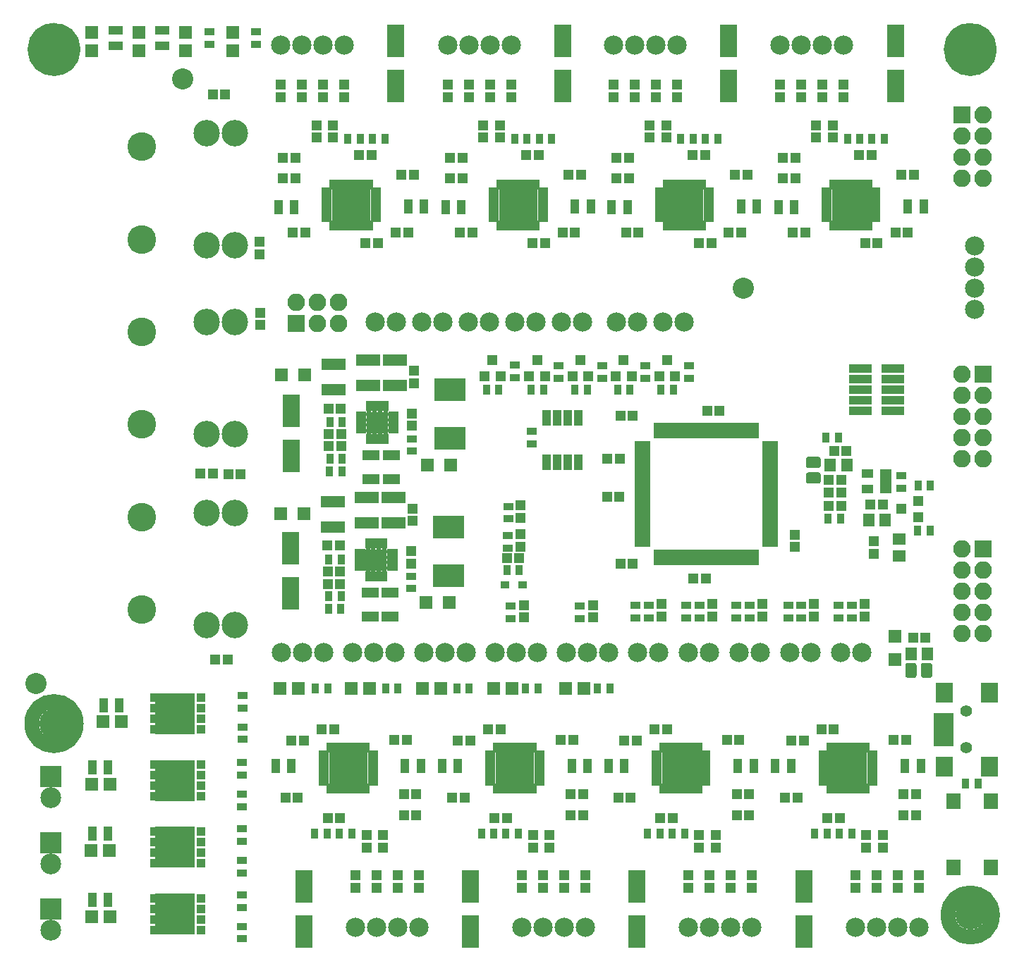
<source format=gts>
G04 #@! TF.GenerationSoftware,KiCad,Pcbnew,(5.0.0)*
G04 #@! TF.CreationDate,2018-10-21T23:28:39-04:00*
G04 #@! TF.ProjectId,Voron_Klipper_Board,566F726F6E5F4B6C69707065725F426F,A*
G04 #@! TF.SameCoordinates,Original*
G04 #@! TF.FileFunction,Soldermask,Top*
G04 #@! TF.FilePolarity,Negative*
%FSLAX46Y46*%
G04 Gerber Fmt 4.6, Leading zero omitted, Abs format (unit mm)*
G04 Created by KiCad (PCBNEW (5.0.0)) date 10/21/18 23:28:39*
%MOMM*%
%LPD*%
G01*
G04 APERTURE LIST*
%ADD10C,1.400000*%
%ADD11C,1.778000*%
%ADD12C,2.305000*%
%ADD13C,2.540000*%
%ADD14C,3.600000*%
%ADD15R,1.000000X0.850000*%
%ADD16R,1.200000X1.150000*%
%ADD17R,0.900000X1.300000*%
%ADD18R,1.100000X1.700000*%
%ADD19R,4.550000X4.050000*%
%ADD20R,1.200000X0.650000*%
%ADD21R,0.650000X1.200000*%
%ADD22C,3.448000*%
%ADD23C,3.180000*%
%ADD24R,2.800000X1.140000*%
%ADD25O,2.100000X2.100000*%
%ADD26R,2.100000X2.100000*%
%ADD27R,1.200000X1.300000*%
%ADD28R,1.500000X1.500000*%
%ADD29R,1.150000X1.200000*%
%ADD30R,1.300000X0.900000*%
%ADD31R,2.100000X1.300000*%
%ADD32R,3.829000X2.813000*%
%ADD33R,2.900000X1.400000*%
%ADD34R,2.000000X3.900000*%
%ADD35R,2.500000X2.500000*%
%ADD36C,0.750000*%
%ADD37R,0.750000X1.225000*%
%ADD38R,1.225000X0.750000*%
%ADD39R,1.600000X1.600000*%
%ADD40R,1.700000X1.100000*%
%ADD41C,2.500000*%
%ADD42R,1.400000X1.650000*%
%ADD43R,1.900000X0.700000*%
%ADD44R,0.700000X1.900000*%
%ADD45C,1.400000*%
%ADD46R,2.100000X2.400000*%
%ADD47R,2.400000X0.900000*%
%ADD48R,1.000000X1.950000*%
%ADD49C,0.100000*%
%ADD50C,1.375000*%
%ADD51R,1.650000X1.400000*%
%ADD52R,1.460000X1.050000*%
%ADD53R,1.300000X1.200000*%
%ADD54R,1.100000X1.100000*%
%ADD55R,4.750000X4.910000*%
%ADD56R,1.700000X1.950000*%
G04 APERTURE END LIST*
D10*
X227475000Y-44000000D02*
G75*
G03X227475000Y-44000000I-2475000J0D01*
G01*
X117475000Y-44000000D02*
G75*
G03X117475000Y-44000000I-2475000J0D01*
G01*
D11*
X117668333Y-125000000D02*
G75*
G03X117668333Y-125000000I-2668333J0D01*
G01*
X227668333Y-148000000D02*
G75*
G03X227668333Y-148000000I-2668333J0D01*
G01*
D12*
G04 #@! TO.C,J8*
X158810000Y-149500000D03*
X156270000Y-149500000D03*
X153730000Y-149500000D03*
X151190000Y-149500000D03*
G04 #@! TD*
G04 #@! TO.C,J17*
X190610000Y-76740000D03*
X188070000Y-76740000D03*
G04 #@! TD*
G04 #@! TO.C,J18*
X185028000Y-76740000D03*
X182488000Y-76740000D03*
G04 #@! TD*
G04 #@! TO.C,J13*
X178424000Y-76740000D03*
X175884000Y-76740000D03*
G04 #@! TD*
G04 #@! TO.C,J14*
X172836000Y-76740000D03*
X170296000Y-76740000D03*
G04 #@! TD*
G04 #@! TO.C,J15*
X167248000Y-76740000D03*
X164708000Y-76740000D03*
G04 #@! TD*
G04 #@! TO.C,J16*
X161660000Y-76740000D03*
X159120000Y-76740000D03*
G04 #@! TD*
G04 #@! TO.C,J19*
X156072000Y-76740000D03*
X153532000Y-76740000D03*
G04 #@! TD*
G04 #@! TO.C,J21*
X191130000Y-116500000D03*
X193670000Y-116500000D03*
G04 #@! TD*
G04 #@! TO.C,J22*
X197230000Y-116500000D03*
X199770000Y-116500000D03*
G04 #@! TD*
G04 #@! TO.C,J23*
X203340000Y-116500000D03*
X205880000Y-116500000D03*
G04 #@! TD*
G04 #@! TO.C,J24*
X209430000Y-116500000D03*
X211970000Y-116500000D03*
G04 #@! TD*
G04 #@! TO.C,J20*
X185030000Y-116500000D03*
X187570000Y-116500000D03*
G04 #@! TD*
G04 #@! TO.C,J33*
X181540000Y-116500000D03*
X176460000Y-116500000D03*
X179000000Y-116500000D03*
G04 #@! TD*
G04 #@! TO.C,J31*
X172990000Y-116500000D03*
X167910000Y-116500000D03*
X170450000Y-116500000D03*
G04 #@! TD*
G04 #@! TO.C,J32*
X164440000Y-116500000D03*
X159360000Y-116500000D03*
X161900000Y-116500000D03*
G04 #@! TD*
G04 #@! TO.C,J30*
X155890000Y-116500000D03*
X150810000Y-116500000D03*
X153350000Y-116500000D03*
G04 #@! TD*
G04 #@! TO.C,J29*
X147340000Y-116500000D03*
X142260000Y-116500000D03*
X144800000Y-116500000D03*
G04 #@! TD*
G04 #@! TO.C,J4*
X142190000Y-43500000D03*
X144730000Y-43500000D03*
X147270000Y-43500000D03*
X149810000Y-43500000D03*
G04 #@! TD*
G04 #@! TO.C,J5*
X162240000Y-43500000D03*
X164780000Y-43500000D03*
X167320000Y-43500000D03*
X169860000Y-43500000D03*
G04 #@! TD*
G04 #@! TO.C,J6*
X182190000Y-43500000D03*
X184730000Y-43500000D03*
X187270000Y-43500000D03*
X189810000Y-43500000D03*
G04 #@! TD*
G04 #@! TO.C,J7*
X202190000Y-43500000D03*
X204730000Y-43500000D03*
X207270000Y-43500000D03*
X209810000Y-43500000D03*
G04 #@! TD*
G04 #@! TO.C,J3*
X225525000Y-67570000D03*
X225525000Y-70110000D03*
X225525000Y-72650000D03*
X225525000Y-75190000D03*
G04 #@! TD*
G04 #@! TO.C,J11*
X218810000Y-149500000D03*
X216270000Y-149500000D03*
X213730000Y-149500000D03*
X211190000Y-149500000D03*
G04 #@! TD*
G04 #@! TO.C,J10*
X198750000Y-149500000D03*
X196210000Y-149500000D03*
X193670000Y-149500000D03*
X191130000Y-149500000D03*
G04 #@! TD*
G04 #@! TO.C,J9*
X178810000Y-149500000D03*
X176270000Y-149500000D03*
X173730000Y-149500000D03*
X171190000Y-149500000D03*
G04 #@! TD*
D13*
G04 #@! TO.C,FID1*
X130475000Y-47575000D03*
G04 #@! TD*
D14*
G04 #@! TO.C,MH4*
X115000000Y-125000000D03*
G04 #@! TD*
D13*
G04 #@! TO.C,FID3*
X112850000Y-120175000D03*
G04 #@! TD*
G04 #@! TO.C,FID2*
X197750000Y-72650000D03*
G04 #@! TD*
D15*
G04 #@! TO.C,D9*
X171275000Y-108350000D03*
X169175000Y-108350000D03*
G04 #@! TD*
D16*
G04 #@! TO.C,C136*
X170850000Y-105075000D03*
X169350000Y-105075000D03*
G04 #@! TD*
D17*
G04 #@! TO.C,R69*
X170850000Y-106575000D03*
X169350000Y-106575000D03*
G04 #@! TD*
D16*
G04 #@! TO.C,C75*
X144275000Y-133925000D03*
X142775000Y-133925000D03*
G04 #@! TD*
D18*
G04 #@! TO.C,R58*
X121500000Y-138200000D03*
X119600000Y-138200000D03*
G04 #@! TD*
D19*
G04 #@! TO.C,U7*
X190273000Y-130332600D03*
D20*
X193223000Y-128582600D03*
X193223000Y-129082600D03*
X193223000Y-129582600D03*
X193223000Y-130082600D03*
X193223000Y-130582600D03*
X193223000Y-131082600D03*
X193223000Y-131582600D03*
X193223000Y-132082600D03*
D21*
X192523000Y-132782600D03*
X192023000Y-132782600D03*
X191523000Y-132782600D03*
X191023000Y-132782600D03*
X190523000Y-132782600D03*
X190023000Y-132782600D03*
X189523000Y-132782600D03*
X189023000Y-132782600D03*
X188523000Y-132782600D03*
X188023000Y-132782600D03*
D20*
X187323000Y-132082600D03*
X187323000Y-131582600D03*
X187323000Y-131082600D03*
X187323000Y-130582600D03*
X187323000Y-130082600D03*
X187323000Y-129582600D03*
X187323000Y-129082600D03*
X187323000Y-128582600D03*
D21*
X188023000Y-127882600D03*
X188523000Y-127882600D03*
X189023000Y-127882600D03*
X189523000Y-127882600D03*
X190023000Y-127882600D03*
X190523000Y-127882600D03*
X191023000Y-127882600D03*
X191523000Y-127882600D03*
X192023000Y-127882600D03*
X192523000Y-127882600D03*
G04 #@! TD*
D22*
G04 #@! TO.C,J25*
X125500000Y-111313000D03*
X125500000Y-100187800D03*
X125500000Y-89062600D03*
X125500000Y-77937400D03*
X125500000Y-66812200D03*
X125500000Y-55687000D03*
G04 #@! TD*
D23*
G04 #@! TO.C,F3*
X133350000Y-113156000D03*
X136750000Y-113156000D03*
X133350000Y-99694000D03*
X136750000Y-99694000D03*
G04 #@! TD*
D17*
G04 #@! TO.C,R67*
X147900000Y-120750000D03*
X146400000Y-120750000D03*
G04 #@! TD*
D24*
G04 #@! TO.C,J35*
X215700000Y-87459998D03*
X211800000Y-87459998D03*
X215700000Y-86189998D03*
X211800000Y-86189998D03*
X215700000Y-84919998D03*
X211800000Y-84919998D03*
X215700000Y-83649998D03*
X211800000Y-83649998D03*
X215700000Y-82379998D03*
X211800000Y-82379998D03*
G04 #@! TD*
D25*
G04 #@! TO.C,J1*
X224010000Y-93160000D03*
X226550000Y-93160000D03*
X224010000Y-90620000D03*
X226550000Y-90620000D03*
X224010000Y-88080000D03*
X226550000Y-88080000D03*
X224010000Y-85540000D03*
X226550000Y-85540000D03*
X224010000Y-83000000D03*
D26*
X226550000Y-83000000D03*
G04 #@! TD*
D25*
G04 #@! TO.C,J2*
X224010000Y-114160000D03*
X226550000Y-114160000D03*
X224010000Y-111620000D03*
X226550000Y-111620000D03*
X224010000Y-109080000D03*
X226550000Y-109080000D03*
X224010000Y-106540000D03*
X226550000Y-106540000D03*
X224010000Y-104000000D03*
D26*
X226550000Y-104000000D03*
G04 #@! TD*
D27*
G04 #@! TO.C,U12*
X173000000Y-81300000D03*
X173950000Y-83300000D03*
X172050000Y-83300000D03*
G04 #@! TD*
D28*
G04 #@! TO.C,D15*
X142200000Y-99750000D03*
X145000000Y-99750000D03*
G04 #@! TD*
D17*
G04 #@! TO.C,R87*
X149460000Y-109650000D03*
X147960000Y-109650000D03*
G04 #@! TD*
D29*
G04 #@! TO.C,C157*
X157860000Y-105750000D03*
X157860000Y-104250000D03*
G04 #@! TD*
D30*
G04 #@! TO.C,R79*
X157860000Y-108795000D03*
X157860000Y-107295000D03*
G04 #@! TD*
D31*
G04 #@! TO.C,R83*
X152940000Y-112160000D03*
X152940000Y-109260000D03*
G04 #@! TD*
G04 #@! TO.C,R85*
X155330000Y-112170000D03*
X155330000Y-109270000D03*
G04 #@! TD*
D32*
G04 #@! TO.C,L3*
X162360000Y-101399000D03*
X162360000Y-107241000D03*
G04 #@! TD*
D33*
G04 #@! TO.C,C151*
X148450000Y-98350000D03*
X148450000Y-101350000D03*
G04 #@! TD*
G04 #@! TO.C,C159*
X155750000Y-100850000D03*
X155750000Y-97850000D03*
G04 #@! TD*
G04 #@! TO.C,C161*
X152500000Y-100850000D03*
X152500000Y-97850000D03*
G04 #@! TD*
D16*
G04 #@! TO.C,C163*
X149360000Y-108245000D03*
X147860000Y-108245000D03*
G04 #@! TD*
G04 #@! TO.C,C155*
X147860000Y-106745000D03*
X149360000Y-106745000D03*
G04 #@! TD*
G04 #@! TO.C,C153*
X147810000Y-103600000D03*
X149310000Y-103600000D03*
G04 #@! TD*
D28*
G04 #@! TO.C,D17*
X159660000Y-110445000D03*
X162460000Y-110445000D03*
G04 #@! TD*
D17*
G04 #@! TO.C,R88*
X147940000Y-111215000D03*
X149440000Y-111215000D03*
G04 #@! TD*
G04 #@! TO.C,R81*
X149460000Y-105245000D03*
X147960000Y-105245000D03*
G04 #@! TD*
D34*
G04 #@! TO.C,C149*
X143360000Y-109340000D03*
X143360000Y-103940000D03*
G04 #@! TD*
D35*
G04 #@! TO.C,U19*
X153670000Y-105330000D03*
D36*
X152695000Y-103755000D03*
D37*
X152695000Y-103342500D03*
D36*
X153345000Y-103755000D03*
D37*
X153345000Y-103342500D03*
D36*
X153995000Y-103755000D03*
D37*
X153995000Y-103342500D03*
D36*
X154645000Y-103755000D03*
D37*
X154645000Y-103342500D03*
D36*
X155245000Y-104355000D03*
D38*
X155657500Y-104355000D03*
D36*
X155245000Y-105005000D03*
D38*
X155657500Y-105005000D03*
D36*
X155245000Y-105655000D03*
D38*
X155657500Y-105655000D03*
D36*
X155245000Y-106305000D03*
D38*
X155657500Y-106305000D03*
D36*
X154645000Y-106905000D03*
D37*
X154645000Y-107317500D03*
D36*
X153995000Y-106905000D03*
D37*
X153995000Y-107317500D03*
D36*
X153345000Y-106905000D03*
D37*
X153345000Y-107317500D03*
D36*
X152695000Y-106905000D03*
D37*
X152695000Y-107317500D03*
D36*
X152095000Y-106305000D03*
D38*
X151682500Y-106305000D03*
D36*
X152095000Y-105655000D03*
D38*
X151682500Y-105655000D03*
D36*
X152095000Y-105005000D03*
D38*
X151682500Y-105005000D03*
D36*
X152095000Y-104355000D03*
D38*
X151682500Y-104355000D03*
G04 #@! TD*
D29*
G04 #@! TO.C,C113*
X158060000Y-100650000D03*
X158060000Y-99150000D03*
G04 #@! TD*
D30*
G04 #@! TO.C,R37*
X180800000Y-82000000D03*
X180800000Y-83500000D03*
G04 #@! TD*
D32*
G04 #@! TO.C,L4*
X162500000Y-84893000D03*
X162500000Y-90735000D03*
G04 #@! TD*
D18*
G04 #@! TO.C,R32*
X219050000Y-130050000D03*
X217150000Y-130050000D03*
G04 #@! TD*
D19*
G04 #@! TO.C,U8*
X210323000Y-130332600D03*
D20*
X213273000Y-128582600D03*
X213273000Y-129082600D03*
X213273000Y-129582600D03*
X213273000Y-130082600D03*
X213273000Y-130582600D03*
X213273000Y-131082600D03*
X213273000Y-131582600D03*
X213273000Y-132082600D03*
D21*
X212573000Y-132782600D03*
X212073000Y-132782600D03*
X211573000Y-132782600D03*
X211073000Y-132782600D03*
X210573000Y-132782600D03*
X210073000Y-132782600D03*
X209573000Y-132782600D03*
X209073000Y-132782600D03*
X208573000Y-132782600D03*
X208073000Y-132782600D03*
D20*
X207373000Y-132082600D03*
X207373000Y-131582600D03*
X207373000Y-131082600D03*
X207373000Y-130582600D03*
X207373000Y-130082600D03*
X207373000Y-129582600D03*
X207373000Y-129082600D03*
X207373000Y-128582600D03*
D21*
X208073000Y-127882600D03*
X208573000Y-127882600D03*
X209073000Y-127882600D03*
X209573000Y-127882600D03*
X210073000Y-127882600D03*
X210573000Y-127882600D03*
X211073000Y-127882600D03*
X211573000Y-127882600D03*
X212073000Y-127882600D03*
X212573000Y-127882600D03*
G04 #@! TD*
D16*
G04 #@! TO.C,C60*
X178500000Y-136000000D03*
X177000000Y-136000000D03*
G04 #@! TD*
G04 #@! TO.C,C87*
X198450000Y-136000000D03*
X196950000Y-136000000D03*
G04 #@! TD*
D29*
G04 #@! TO.C,C62*
X172500000Y-139904600D03*
X172500000Y-138404600D03*
G04 #@! TD*
D16*
G04 #@! TO.C,C63*
X147850000Y-136350000D03*
X149350000Y-136350000D03*
G04 #@! TD*
G04 #@! TO.C,C96*
X205000000Y-127025000D03*
X203500000Y-127025000D03*
G04 #@! TD*
G04 #@! TO.C,C57*
X147125000Y-125700000D03*
X148625000Y-125700000D03*
G04 #@! TD*
D17*
G04 #@! TO.C,R12*
X211750000Y-54750000D03*
X210250000Y-54750000D03*
G04 #@! TD*
D18*
G04 #@! TO.C,R6*
X179450000Y-62900000D03*
X177550000Y-62900000D03*
G04 #@! TD*
D16*
G04 #@! TO.C,C18*
X165225000Y-66000000D03*
X163725000Y-66000000D03*
G04 #@! TD*
D29*
G04 #@! TO.C,C16*
X162240000Y-49750000D03*
X162240000Y-48250000D03*
G04 #@! TD*
D34*
G04 #@! TO.C,C31*
X156000000Y-43000000D03*
X156000000Y-48400000D03*
G04 #@! TD*
D19*
G04 #@! TO.C,U1*
X150677000Y-62667400D03*
D20*
X147727000Y-64417400D03*
X147727000Y-63917400D03*
X147727000Y-63417400D03*
X147727000Y-62917400D03*
X147727000Y-62417400D03*
X147727000Y-61917400D03*
X147727000Y-61417400D03*
X147727000Y-60917400D03*
D21*
X148427000Y-60217400D03*
X148927000Y-60217400D03*
X149427000Y-60217400D03*
X149927000Y-60217400D03*
X150427000Y-60217400D03*
X150927000Y-60217400D03*
X151427000Y-60217400D03*
X151927000Y-60217400D03*
X152427000Y-60217400D03*
X152927000Y-60217400D03*
D20*
X153627000Y-60917400D03*
X153627000Y-61417400D03*
X153627000Y-61917400D03*
X153627000Y-62417400D03*
X153627000Y-62917400D03*
X153627000Y-63417400D03*
X153627000Y-63917400D03*
X153627000Y-64417400D03*
D21*
X152927000Y-65117400D03*
X152427000Y-65117400D03*
X151927000Y-65117400D03*
X151427000Y-65117400D03*
X150927000Y-65117400D03*
X150427000Y-65117400D03*
X149927000Y-65117400D03*
X149427000Y-65117400D03*
X148927000Y-65117400D03*
X148427000Y-65117400D03*
G04 #@! TD*
D16*
G04 #@! TO.C,C139*
X135550000Y-49375000D03*
X134050000Y-49375000D03*
G04 #@! TD*
D29*
G04 #@! TO.C,C140*
X139750000Y-75625000D03*
X139750000Y-77125000D03*
G04 #@! TD*
D16*
G04 #@! TO.C,C141*
X134075000Y-94975000D03*
X132575000Y-94975000D03*
G04 #@! TD*
D29*
G04 #@! TO.C,C142*
X139675000Y-68600000D03*
X139675000Y-67100000D03*
G04 #@! TD*
D16*
G04 #@! TO.C,C143*
X135925000Y-95000000D03*
X137425000Y-95000000D03*
G04 #@! TD*
G04 #@! TO.C,C144*
X135850000Y-117300000D03*
X134350000Y-117300000D03*
G04 #@! TD*
D29*
G04 #@! TO.C,C145*
X213375000Y-104600000D03*
X213375000Y-103100000D03*
G04 #@! TD*
D33*
G04 #@! TO.C,C152*
X148600000Y-81850000D03*
X148600000Y-84850000D03*
G04 #@! TD*
D16*
G04 #@! TO.C,C154*
X147950000Y-87150000D03*
X149450000Y-87150000D03*
G04 #@! TD*
G04 #@! TO.C,C156*
X148000000Y-90235000D03*
X149500000Y-90235000D03*
G04 #@! TD*
D29*
G04 #@! TO.C,C158*
X158000000Y-89235000D03*
X158000000Y-87735000D03*
G04 #@! TD*
D33*
G04 #@! TO.C,C160*
X155950000Y-84350000D03*
X155950000Y-81350000D03*
G04 #@! TD*
G04 #@! TO.C,C162*
X152700000Y-84350000D03*
X152700000Y-81350000D03*
G04 #@! TD*
D16*
G04 #@! TO.C,C164*
X149500000Y-91650000D03*
X148000000Y-91650000D03*
G04 #@! TD*
D39*
G04 #@! TO.C,D1*
X123100000Y-124775000D03*
X120900000Y-124775000D03*
G04 #@! TD*
G04 #@! TO.C,D2*
X121668000Y-140250000D03*
X119468000Y-140250000D03*
G04 #@! TD*
G04 #@! TO.C,D3*
X121700000Y-132300000D03*
X119500000Y-132300000D03*
G04 #@! TD*
G04 #@! TO.C,D4*
X121700000Y-148200000D03*
X119500000Y-148200000D03*
G04 #@! TD*
G04 #@! TO.C,D5*
X142150000Y-120750000D03*
X144350000Y-120750000D03*
G04 #@! TD*
G04 #@! TO.C,D6*
X150700000Y-120750000D03*
X152900000Y-120750000D03*
G04 #@! TD*
G04 #@! TO.C,D7*
X159250000Y-120750000D03*
X161450000Y-120750000D03*
G04 #@! TD*
G04 #@! TO.C,D8*
X167800000Y-120750000D03*
X170000000Y-120750000D03*
G04 #@! TD*
G04 #@! TO.C,D10*
X176450000Y-120750000D03*
X178650000Y-120750000D03*
G04 #@! TD*
G04 #@! TO.C,D11*
X119550000Y-44150000D03*
X119550000Y-41950000D03*
G04 #@! TD*
G04 #@! TO.C,D12*
X125178570Y-44150000D03*
X125178570Y-41950000D03*
G04 #@! TD*
G04 #@! TO.C,D13*
X130807140Y-44150000D03*
X130807140Y-41950000D03*
G04 #@! TD*
G04 #@! TO.C,D14*
X136435710Y-44150000D03*
X136435710Y-41950000D03*
G04 #@! TD*
D18*
G04 #@! TO.C,R5*
X159400000Y-62900000D03*
X157500000Y-62900000D03*
G04 #@! TD*
G04 #@! TO.C,R7*
X141950000Y-62950000D03*
X143850000Y-62950000D03*
G04 #@! TD*
G04 #@! TO.C,R8*
X162000000Y-62950000D03*
X163900000Y-62950000D03*
G04 #@! TD*
G04 #@! TO.C,R13*
X199400000Y-62900000D03*
X197500000Y-62900000D03*
G04 #@! TD*
G04 #@! TO.C,R14*
X219400000Y-62900000D03*
X217500000Y-62900000D03*
G04 #@! TD*
G04 #@! TO.C,R15*
X181950000Y-62950000D03*
X183850000Y-62950000D03*
G04 #@! TD*
G04 #@! TO.C,R16*
X201950000Y-62950000D03*
X203850000Y-62950000D03*
G04 #@! TD*
G04 #@! TO.C,R21*
X141600000Y-130100000D03*
X143500000Y-130100000D03*
G04 #@! TD*
G04 #@! TO.C,R22*
X161600000Y-130100000D03*
X163500000Y-130100000D03*
G04 #@! TD*
G04 #@! TO.C,R23*
X159050000Y-130050000D03*
X157150000Y-130050000D03*
G04 #@! TD*
G04 #@! TO.C,R24*
X179050000Y-130050000D03*
X177150000Y-130050000D03*
G04 #@! TD*
G04 #@! TO.C,R29*
X181550000Y-130100000D03*
X183450000Y-130100000D03*
G04 #@! TD*
G04 #@! TO.C,R30*
X201600000Y-130100000D03*
X203500000Y-130100000D03*
G04 #@! TD*
G04 #@! TO.C,R31*
X199000000Y-130050000D03*
X197100000Y-130050000D03*
G04 #@! TD*
G04 #@! TO.C,R57*
X122850000Y-122825000D03*
X120950000Y-122825000D03*
G04 #@! TD*
G04 #@! TO.C,R63*
X121500000Y-130250000D03*
X119600000Y-130250000D03*
G04 #@! TD*
G04 #@! TO.C,R64*
X121500000Y-146150000D03*
X119600000Y-146150000D03*
G04 #@! TD*
D40*
G04 #@! TO.C,R75*
X122364285Y-41700000D03*
X122364285Y-43600000D03*
G04 #@! TD*
G04 #@! TO.C,R76*
X127992855Y-41700000D03*
X127992855Y-43600000D03*
G04 #@! TD*
D16*
G04 #@! TO.C,C1*
X153875000Y-67300000D03*
X152375000Y-67300000D03*
G04 #@! TD*
G04 #@! TO.C,C3*
X142500000Y-57000000D03*
X144000000Y-57000000D03*
G04 #@! TD*
D29*
G04 #@! TO.C,C5*
X148500000Y-53095400D03*
X148500000Y-54595400D03*
G04 #@! TD*
D16*
G04 #@! TO.C,C7*
X153150000Y-56650000D03*
X151650000Y-56650000D03*
G04 #@! TD*
D29*
G04 #@! TO.C,C9*
X146500000Y-53095400D03*
X146500000Y-54595400D03*
G04 #@! TD*
D16*
G04 #@! TO.C,C11*
X156000000Y-65975000D03*
X157500000Y-65975000D03*
G04 #@! TD*
G04 #@! TO.C,C13*
X142500000Y-59500000D03*
X144000000Y-59500000D03*
G04 #@! TD*
D29*
G04 #@! TO.C,C15*
X142190000Y-49750000D03*
X142190000Y-48250000D03*
G04 #@! TD*
D16*
G04 #@! TO.C,C17*
X145175000Y-66000000D03*
X143675000Y-66000000D03*
G04 #@! TD*
D29*
G04 #@! TO.C,C21*
X144730000Y-49750000D03*
X144730000Y-48250000D03*
G04 #@! TD*
G04 #@! TO.C,C25*
X147270000Y-49750000D03*
X147270000Y-48250000D03*
G04 #@! TD*
G04 #@! TO.C,C29*
X149810000Y-49750000D03*
X149810000Y-48250000D03*
G04 #@! TD*
D16*
G04 #@! TO.C,C27*
X156725000Y-59075000D03*
X158225000Y-59075000D03*
G04 #@! TD*
D17*
G04 #@! TO.C,R1*
X154700000Y-54750000D03*
X153200000Y-54750000D03*
G04 #@! TD*
G04 #@! TO.C,R3*
X151750000Y-54750000D03*
X150250000Y-54750000D03*
G04 #@! TD*
D16*
G04 #@! TO.C,C2*
X173925000Y-67300000D03*
X172425000Y-67300000D03*
G04 #@! TD*
G04 #@! TO.C,C4*
X162550000Y-57000000D03*
X164050000Y-57000000D03*
G04 #@! TD*
D29*
G04 #@! TO.C,C6*
X168550000Y-53095400D03*
X168550000Y-54595400D03*
G04 #@! TD*
D16*
G04 #@! TO.C,C8*
X173200000Y-56650000D03*
X171700000Y-56650000D03*
G04 #@! TD*
D29*
G04 #@! TO.C,C10*
X166550000Y-53095400D03*
X166550000Y-54595400D03*
G04 #@! TD*
D16*
G04 #@! TO.C,C12*
X176050000Y-65975000D03*
X177550000Y-65975000D03*
G04 #@! TD*
G04 #@! TO.C,C14*
X162550000Y-59500000D03*
X164050000Y-59500000D03*
G04 #@! TD*
G04 #@! TO.C,C19*
X176775000Y-59075000D03*
X178275000Y-59075000D03*
G04 #@! TD*
D29*
G04 #@! TO.C,C20*
X164780000Y-49750000D03*
X164780000Y-48250000D03*
G04 #@! TD*
D34*
G04 #@! TO.C,C22*
X176050000Y-43000000D03*
X176050000Y-48400000D03*
G04 #@! TD*
D29*
G04 #@! TO.C,C23*
X167320000Y-49750000D03*
X167320000Y-48250000D03*
G04 #@! TD*
G04 #@! TO.C,C24*
X169860000Y-49750000D03*
X169860000Y-48250000D03*
G04 #@! TD*
D16*
G04 #@! TO.C,C26*
X193917000Y-67300000D03*
X192417000Y-67300000D03*
G04 #@! TD*
G04 #@! TO.C,C28*
X213875000Y-67300000D03*
X212375000Y-67300000D03*
G04 #@! TD*
G04 #@! TO.C,C30*
X182500000Y-57000000D03*
X184000000Y-57000000D03*
G04 #@! TD*
G04 #@! TO.C,C32*
X202500000Y-57000000D03*
X204000000Y-57000000D03*
G04 #@! TD*
D29*
G04 #@! TO.C,C33*
X188500000Y-53095400D03*
X188500000Y-54595400D03*
G04 #@! TD*
G04 #@! TO.C,C34*
X208500000Y-53095400D03*
X208500000Y-54595400D03*
G04 #@! TD*
D16*
G04 #@! TO.C,C35*
X193150000Y-56650000D03*
X191650000Y-56650000D03*
G04 #@! TD*
G04 #@! TO.C,C36*
X213150000Y-56650000D03*
X211650000Y-56650000D03*
G04 #@! TD*
D29*
G04 #@! TO.C,C37*
X186500000Y-53095400D03*
X186500000Y-54595400D03*
G04 #@! TD*
G04 #@! TO.C,C38*
X206500000Y-53095400D03*
X206500000Y-54595400D03*
G04 #@! TD*
D16*
G04 #@! TO.C,C39*
X196000000Y-65975000D03*
X197500000Y-65975000D03*
G04 #@! TD*
G04 #@! TO.C,C40*
X216000000Y-65975000D03*
X217500000Y-65975000D03*
G04 #@! TD*
G04 #@! TO.C,C41*
X182500000Y-59500000D03*
X184000000Y-59500000D03*
G04 #@! TD*
G04 #@! TO.C,C42*
X202500000Y-59500000D03*
X204000000Y-59500000D03*
G04 #@! TD*
D29*
G04 #@! TO.C,C43*
X182190000Y-49750000D03*
X182190000Y-48250000D03*
G04 #@! TD*
G04 #@! TO.C,C44*
X202190000Y-49750000D03*
X202190000Y-48250000D03*
G04 #@! TD*
D16*
G04 #@! TO.C,C45*
X185175000Y-66000000D03*
X183675000Y-66000000D03*
G04 #@! TD*
G04 #@! TO.C,C46*
X205175000Y-66000000D03*
X203675000Y-66000000D03*
G04 #@! TD*
G04 #@! TO.C,C47*
X196725000Y-59075000D03*
X198225000Y-59075000D03*
G04 #@! TD*
G04 #@! TO.C,C48*
X216725000Y-59075000D03*
X218225000Y-59075000D03*
G04 #@! TD*
D29*
G04 #@! TO.C,C49*
X184730000Y-49750000D03*
X184730000Y-48250000D03*
G04 #@! TD*
G04 #@! TO.C,C50*
X204730000Y-49750000D03*
X204730000Y-48250000D03*
G04 #@! TD*
D34*
G04 #@! TO.C,C51*
X196000000Y-43000000D03*
X196000000Y-48400000D03*
G04 #@! TD*
D29*
G04 #@! TO.C,C52*
X187270000Y-49750000D03*
X187270000Y-48250000D03*
G04 #@! TD*
D34*
G04 #@! TO.C,C53*
X216000000Y-43000000D03*
X216000000Y-48400000D03*
G04 #@! TD*
D29*
G04 #@! TO.C,C54*
X207270000Y-49750000D03*
X207270000Y-48250000D03*
G04 #@! TD*
G04 #@! TO.C,C55*
X189800000Y-49750000D03*
X189800000Y-48250000D03*
G04 #@! TD*
G04 #@! TO.C,C56*
X209810000Y-49750000D03*
X209810000Y-48250000D03*
G04 #@! TD*
D17*
G04 #@! TO.C,R2*
X174750000Y-54750000D03*
X173250000Y-54750000D03*
G04 #@! TD*
G04 #@! TO.C,R4*
X171800000Y-54750000D03*
X170300000Y-54750000D03*
G04 #@! TD*
G04 #@! TO.C,R9*
X194700000Y-54750000D03*
X193200000Y-54750000D03*
G04 #@! TD*
G04 #@! TO.C,R10*
X214700000Y-54750000D03*
X213200000Y-54750000D03*
G04 #@! TD*
G04 #@! TO.C,R11*
X191750000Y-54750000D03*
X190250000Y-54750000D03*
G04 #@! TD*
D25*
G04 #@! TO.C,J12*
X149130000Y-74410000D03*
X149130000Y-76950000D03*
X146590000Y-74410000D03*
X146590000Y-76950000D03*
X144050000Y-74410000D03*
D26*
X144050000Y-76950000D03*
G04 #@! TD*
D27*
G04 #@! TO.C,U9*
X188600000Y-81300000D03*
X189550000Y-83300000D03*
X187650000Y-83300000D03*
G04 #@! TD*
G04 #@! TO.C,U10*
X183400000Y-81300000D03*
X184350000Y-83300000D03*
X182450000Y-83300000D03*
G04 #@! TD*
G04 #@! TO.C,U11*
X178200000Y-81300000D03*
X179150000Y-83300000D03*
X177250000Y-83300000D03*
G04 #@! TD*
G04 #@! TO.C,U13*
X167650000Y-81300000D03*
X168600000Y-83300000D03*
X166700000Y-83300000D03*
G04 #@! TD*
D41*
G04 #@! TO.C,J27*
X114580000Y-133900000D03*
D35*
X114580000Y-131360000D03*
G04 #@! TD*
D41*
G04 #@! TO.C,J28*
X114580000Y-149806000D03*
D35*
X114580000Y-147266000D03*
G04 #@! TD*
D16*
G04 #@! TO.C,C58*
X167125000Y-125700000D03*
X168625000Y-125700000D03*
G04 #@! TD*
G04 #@! TO.C,C59*
X158500000Y-136000000D03*
X157000000Y-136000000D03*
G04 #@! TD*
D29*
G04 #@! TO.C,C61*
X152500000Y-139904600D03*
X152500000Y-138404600D03*
G04 #@! TD*
D16*
G04 #@! TO.C,C64*
X167850000Y-136350000D03*
X169350000Y-136350000D03*
G04 #@! TD*
D29*
G04 #@! TO.C,C65*
X154500000Y-139900000D03*
X154500000Y-138400000D03*
G04 #@! TD*
G04 #@! TO.C,C66*
X174500000Y-139900000D03*
X174500000Y-138400000D03*
G04 #@! TD*
D16*
G04 #@! TO.C,C67*
X145000000Y-127025000D03*
X143500000Y-127025000D03*
G04 #@! TD*
G04 #@! TO.C,C68*
X165000000Y-127025000D03*
X163500000Y-127025000D03*
G04 #@! TD*
G04 #@! TO.C,C69*
X158500000Y-133500000D03*
X157000000Y-133500000D03*
G04 #@! TD*
G04 #@! TO.C,C70*
X178500000Y-133500000D03*
X177000000Y-133500000D03*
G04 #@! TD*
D29*
G04 #@! TO.C,C71*
X158810000Y-143250000D03*
X158810000Y-144750000D03*
G04 #@! TD*
G04 #@! TO.C,C72*
X178810000Y-143250000D03*
X178810000Y-144750000D03*
G04 #@! TD*
D16*
G04 #@! TO.C,C73*
X155825000Y-127000000D03*
X157325000Y-127000000D03*
G04 #@! TD*
G04 #@! TO.C,C74*
X175825000Y-127000000D03*
X177325000Y-127000000D03*
G04 #@! TD*
G04 #@! TO.C,C76*
X164275000Y-133925000D03*
X162775000Y-133925000D03*
G04 #@! TD*
D29*
G04 #@! TO.C,C77*
X156270000Y-143250000D03*
X156270000Y-144750000D03*
G04 #@! TD*
G04 #@! TO.C,C78*
X176270000Y-143250000D03*
X176270000Y-144750000D03*
G04 #@! TD*
D34*
G04 #@! TO.C,C79*
X145000000Y-150000000D03*
X145000000Y-144600000D03*
G04 #@! TD*
D29*
G04 #@! TO.C,C80*
X153730000Y-143250000D03*
X153730000Y-144750000D03*
G04 #@! TD*
D34*
G04 #@! TO.C,C81*
X165000000Y-150000000D03*
X165000000Y-144600000D03*
G04 #@! TD*
D29*
G04 #@! TO.C,C82*
X173730000Y-143250000D03*
X173730000Y-144750000D03*
G04 #@! TD*
G04 #@! TO.C,C83*
X151190000Y-143250000D03*
X151190000Y-144750000D03*
G04 #@! TD*
G04 #@! TO.C,C84*
X171200000Y-143250000D03*
X171200000Y-144750000D03*
G04 #@! TD*
D16*
G04 #@! TO.C,C85*
X187075000Y-125700000D03*
X188575000Y-125700000D03*
G04 #@! TD*
G04 #@! TO.C,C86*
X207125000Y-125700000D03*
X208625000Y-125700000D03*
G04 #@! TD*
G04 #@! TO.C,C88*
X218500000Y-136000000D03*
X217000000Y-136000000D03*
G04 #@! TD*
D29*
G04 #@! TO.C,C89*
X192450000Y-139904600D03*
X192450000Y-138404600D03*
G04 #@! TD*
G04 #@! TO.C,C90*
X212500000Y-139904600D03*
X212500000Y-138404600D03*
G04 #@! TD*
D16*
G04 #@! TO.C,C91*
X187800000Y-136350000D03*
X189300000Y-136350000D03*
G04 #@! TD*
G04 #@! TO.C,C92*
X207850000Y-136350000D03*
X209350000Y-136350000D03*
G04 #@! TD*
D29*
G04 #@! TO.C,C93*
X194450000Y-139904600D03*
X194450000Y-138404600D03*
G04 #@! TD*
G04 #@! TO.C,C94*
X214500000Y-139904600D03*
X214500000Y-138404600D03*
G04 #@! TD*
D16*
G04 #@! TO.C,C95*
X184950000Y-127025000D03*
X183450000Y-127025000D03*
G04 #@! TD*
G04 #@! TO.C,C97*
X198450000Y-133500000D03*
X196950000Y-133500000D03*
G04 #@! TD*
G04 #@! TO.C,C98*
X218500000Y-133500000D03*
X217000000Y-133500000D03*
G04 #@! TD*
D29*
G04 #@! TO.C,C99*
X198760000Y-143250000D03*
X198760000Y-144750000D03*
G04 #@! TD*
G04 #@! TO.C,C100*
X218810000Y-143250000D03*
X218810000Y-144750000D03*
G04 #@! TD*
D16*
G04 #@! TO.C,C101*
X195775000Y-127000000D03*
X197275000Y-127000000D03*
G04 #@! TD*
G04 #@! TO.C,C102*
X215825000Y-127000000D03*
X217325000Y-127000000D03*
G04 #@! TD*
G04 #@! TO.C,C103*
X184225000Y-133925000D03*
X182725000Y-133925000D03*
G04 #@! TD*
G04 #@! TO.C,C104*
X204275000Y-133925000D03*
X202775000Y-133925000D03*
G04 #@! TD*
D29*
G04 #@! TO.C,C105*
X196220000Y-143250000D03*
X196220000Y-144750000D03*
G04 #@! TD*
G04 #@! TO.C,C106*
X216270000Y-143250000D03*
X216270000Y-144750000D03*
G04 #@! TD*
D34*
G04 #@! TO.C,C107*
X184950000Y-150000000D03*
X184950000Y-144600000D03*
G04 #@! TD*
D29*
G04 #@! TO.C,C108*
X193675000Y-143250000D03*
X193675000Y-144750000D03*
G04 #@! TD*
D34*
G04 #@! TO.C,C109*
X205000000Y-150000000D03*
X205000000Y-144600000D03*
G04 #@! TD*
D29*
G04 #@! TO.C,C110*
X213730000Y-143250000D03*
X213730000Y-144750000D03*
G04 #@! TD*
G04 #@! TO.C,C111*
X191140000Y-143250000D03*
X191140000Y-144750000D03*
G04 #@! TD*
G04 #@! TO.C,C112*
X211190000Y-143250000D03*
X211190000Y-144750000D03*
G04 #@! TD*
D17*
G04 #@! TO.C,R18*
X166300000Y-138250000D03*
X167800000Y-138250000D03*
G04 #@! TD*
G04 #@! TO.C,R19*
X149250000Y-138250000D03*
X150750000Y-138250000D03*
G04 #@! TD*
G04 #@! TO.C,R20*
X169250000Y-138250000D03*
X170750000Y-138250000D03*
G04 #@! TD*
G04 #@! TO.C,R25*
X186250000Y-138250000D03*
X187750000Y-138250000D03*
G04 #@! TD*
G04 #@! TO.C,R26*
X206300000Y-138250000D03*
X207800000Y-138250000D03*
G04 #@! TD*
G04 #@! TO.C,R27*
X189200000Y-138250000D03*
X190700000Y-138250000D03*
G04 #@! TD*
G04 #@! TO.C,R28*
X209250000Y-138250000D03*
X210750000Y-138250000D03*
G04 #@! TD*
D19*
G04 #@! TO.C,U2*
X170727000Y-62667400D03*
D20*
X167777000Y-64417400D03*
X167777000Y-63917400D03*
X167777000Y-63417400D03*
X167777000Y-62917400D03*
X167777000Y-62417400D03*
X167777000Y-61917400D03*
X167777000Y-61417400D03*
X167777000Y-60917400D03*
D21*
X168477000Y-60217400D03*
X168977000Y-60217400D03*
X169477000Y-60217400D03*
X169977000Y-60217400D03*
X170477000Y-60217400D03*
X170977000Y-60217400D03*
X171477000Y-60217400D03*
X171977000Y-60217400D03*
X172477000Y-60217400D03*
X172977000Y-60217400D03*
D20*
X173677000Y-60917400D03*
X173677000Y-61417400D03*
X173677000Y-61917400D03*
X173677000Y-62417400D03*
X173677000Y-62917400D03*
X173677000Y-63417400D03*
X173677000Y-63917400D03*
X173677000Y-64417400D03*
D21*
X172977000Y-65117400D03*
X172477000Y-65117400D03*
X171977000Y-65117400D03*
X171477000Y-65117400D03*
X170977000Y-65117400D03*
X170477000Y-65117400D03*
X169977000Y-65117400D03*
X169477000Y-65117400D03*
X168977000Y-65117400D03*
X168477000Y-65117400D03*
G04 #@! TD*
D19*
G04 #@! TO.C,U3*
X190677000Y-62667400D03*
D20*
X187727000Y-64417400D03*
X187727000Y-63917400D03*
X187727000Y-63417400D03*
X187727000Y-62917400D03*
X187727000Y-62417400D03*
X187727000Y-61917400D03*
X187727000Y-61417400D03*
X187727000Y-60917400D03*
D21*
X188427000Y-60217400D03*
X188927000Y-60217400D03*
X189427000Y-60217400D03*
X189927000Y-60217400D03*
X190427000Y-60217400D03*
X190927000Y-60217400D03*
X191427000Y-60217400D03*
X191927000Y-60217400D03*
X192427000Y-60217400D03*
X192927000Y-60217400D03*
D20*
X193627000Y-60917400D03*
X193627000Y-61417400D03*
X193627000Y-61917400D03*
X193627000Y-62417400D03*
X193627000Y-62917400D03*
X193627000Y-63417400D03*
X193627000Y-63917400D03*
X193627000Y-64417400D03*
D21*
X192927000Y-65117400D03*
X192427000Y-65117400D03*
X191927000Y-65117400D03*
X191427000Y-65117400D03*
X190927000Y-65117400D03*
X190427000Y-65117400D03*
X189927000Y-65117400D03*
X189427000Y-65117400D03*
X188927000Y-65117400D03*
X188427000Y-65117400D03*
G04 #@! TD*
D19*
G04 #@! TO.C,U4*
X210677000Y-62667400D03*
D20*
X207727000Y-64417400D03*
X207727000Y-63917400D03*
X207727000Y-63417400D03*
X207727000Y-62917400D03*
X207727000Y-62417400D03*
X207727000Y-61917400D03*
X207727000Y-61417400D03*
X207727000Y-60917400D03*
D21*
X208427000Y-60217400D03*
X208927000Y-60217400D03*
X209427000Y-60217400D03*
X209927000Y-60217400D03*
X210427000Y-60217400D03*
X210927000Y-60217400D03*
X211427000Y-60217400D03*
X211927000Y-60217400D03*
X212427000Y-60217400D03*
X212927000Y-60217400D03*
D20*
X213627000Y-60917400D03*
X213627000Y-61417400D03*
X213627000Y-61917400D03*
X213627000Y-62417400D03*
X213627000Y-62917400D03*
X213627000Y-63417400D03*
X213627000Y-63917400D03*
X213627000Y-64417400D03*
D21*
X212927000Y-65117400D03*
X212427000Y-65117400D03*
X211927000Y-65117400D03*
X211427000Y-65117400D03*
X210927000Y-65117400D03*
X210427000Y-65117400D03*
X209927000Y-65117400D03*
X209427000Y-65117400D03*
X208927000Y-65117400D03*
X208427000Y-65117400D03*
G04 #@! TD*
D19*
G04 #@! TO.C,U5*
X150323000Y-130332600D03*
D20*
X153273000Y-128582600D03*
X153273000Y-129082600D03*
X153273000Y-129582600D03*
X153273000Y-130082600D03*
X153273000Y-130582600D03*
X153273000Y-131082600D03*
X153273000Y-131582600D03*
X153273000Y-132082600D03*
D21*
X152573000Y-132782600D03*
X152073000Y-132782600D03*
X151573000Y-132782600D03*
X151073000Y-132782600D03*
X150573000Y-132782600D03*
X150073000Y-132782600D03*
X149573000Y-132782600D03*
X149073000Y-132782600D03*
X148573000Y-132782600D03*
X148073000Y-132782600D03*
D20*
X147373000Y-132082600D03*
X147373000Y-131582600D03*
X147373000Y-131082600D03*
X147373000Y-130582600D03*
X147373000Y-130082600D03*
X147373000Y-129582600D03*
X147373000Y-129082600D03*
X147373000Y-128582600D03*
D21*
X148073000Y-127882600D03*
X148573000Y-127882600D03*
X149073000Y-127882600D03*
X149573000Y-127882600D03*
X150073000Y-127882600D03*
X150573000Y-127882600D03*
X151073000Y-127882600D03*
X151573000Y-127882600D03*
X152073000Y-127882600D03*
X152573000Y-127882600D03*
G04 #@! TD*
D19*
G04 #@! TO.C,U6*
X170323000Y-130332600D03*
D20*
X173273000Y-128582600D03*
X173273000Y-129082600D03*
X173273000Y-129582600D03*
X173273000Y-130082600D03*
X173273000Y-130582600D03*
X173273000Y-131082600D03*
X173273000Y-131582600D03*
X173273000Y-132082600D03*
D21*
X172573000Y-132782600D03*
X172073000Y-132782600D03*
X171573000Y-132782600D03*
X171073000Y-132782600D03*
X170573000Y-132782600D03*
X170073000Y-132782600D03*
X169573000Y-132782600D03*
X169073000Y-132782600D03*
X168573000Y-132782600D03*
X168073000Y-132782600D03*
D20*
X167373000Y-132082600D03*
X167373000Y-131582600D03*
X167373000Y-131082600D03*
X167373000Y-130582600D03*
X167373000Y-130082600D03*
X167373000Y-129582600D03*
X167373000Y-129082600D03*
X167373000Y-128582600D03*
D21*
X168073000Y-127882600D03*
X168573000Y-127882600D03*
X169073000Y-127882600D03*
X169573000Y-127882600D03*
X170073000Y-127882600D03*
X170573000Y-127882600D03*
X171073000Y-127882600D03*
X171573000Y-127882600D03*
X172073000Y-127882600D03*
X172573000Y-127882600D03*
G04 #@! TD*
D23*
G04 #@! TO.C,F1*
X133300000Y-67500000D03*
X136700000Y-67500000D03*
X133300000Y-54038000D03*
X136700000Y-54038000D03*
G04 #@! TD*
G04 #@! TO.C,F2*
X133300000Y-90231000D03*
X136700000Y-90231000D03*
X133300000Y-76769000D03*
X136700000Y-76769000D03*
G04 #@! TD*
D17*
G04 #@! TO.C,R17*
X146300000Y-138250000D03*
X147800000Y-138250000D03*
G04 #@! TD*
D34*
G04 #@! TO.C,C150*
X143500000Y-92835000D03*
X143500000Y-87435000D03*
G04 #@! TD*
D28*
G04 #@! TO.C,D16*
X142300000Y-83135000D03*
X145100000Y-83135000D03*
G04 #@! TD*
G04 #@! TO.C,D18*
X159800000Y-93935000D03*
X162600000Y-93935000D03*
G04 #@! TD*
D29*
G04 #@! TO.C,C129*
X187900000Y-112150000D03*
X187900000Y-110650000D03*
G04 #@! TD*
G04 #@! TO.C,C130*
X194000000Y-112150000D03*
X194000000Y-110650000D03*
G04 #@! TD*
G04 #@! TO.C,C131*
X200000000Y-112150000D03*
X200000000Y-110650000D03*
G04 #@! TD*
G04 #@! TO.C,C132*
X206200000Y-112150000D03*
X206200000Y-110650000D03*
G04 #@! TD*
G04 #@! TO.C,C133*
X212300000Y-112150000D03*
X212300000Y-110650000D03*
G04 #@! TD*
D30*
G04 #@! TO.C,R43*
X186400000Y-110800000D03*
X186400000Y-112300000D03*
G04 #@! TD*
G04 #@! TO.C,R44*
X192500000Y-110800000D03*
X192500000Y-112300000D03*
G04 #@! TD*
G04 #@! TO.C,R45*
X184825000Y-110800000D03*
X184825000Y-112300000D03*
G04 #@! TD*
G04 #@! TO.C,R46*
X190925000Y-110800000D03*
X190925000Y-112300000D03*
G04 #@! TD*
G04 #@! TO.C,R47*
X198482500Y-110800000D03*
X198482500Y-112300000D03*
G04 #@! TD*
G04 #@! TO.C,R48*
X204709487Y-110800000D03*
X204709487Y-112300000D03*
G04 #@! TD*
G04 #@! TO.C,R49*
X196900000Y-110800000D03*
X196900000Y-112300000D03*
G04 #@! TD*
G04 #@! TO.C,R50*
X203159487Y-110800000D03*
X203159487Y-112300000D03*
G04 #@! TD*
G04 #@! TO.C,R51*
X210782500Y-110800000D03*
X210782500Y-112300000D03*
G04 #@! TD*
G04 #@! TO.C,R52*
X209200000Y-110800000D03*
X209200000Y-112300000D03*
G04 #@! TD*
D35*
G04 #@! TO.C,U20*
X153810000Y-88820000D03*
D36*
X152835000Y-87245000D03*
D37*
X152835000Y-86832500D03*
D36*
X153485000Y-87245000D03*
D37*
X153485000Y-86832500D03*
D36*
X154135000Y-87245000D03*
D37*
X154135000Y-86832500D03*
D36*
X154785000Y-87245000D03*
D37*
X154785000Y-86832500D03*
D36*
X155385000Y-87845000D03*
D38*
X155797500Y-87845000D03*
D36*
X155385000Y-88495000D03*
D38*
X155797500Y-88495000D03*
D36*
X155385000Y-89145000D03*
D38*
X155797500Y-89145000D03*
D36*
X155385000Y-89795000D03*
D38*
X155797500Y-89795000D03*
D36*
X154785000Y-90395000D03*
D37*
X154785000Y-90807500D03*
D36*
X154135000Y-90395000D03*
D37*
X154135000Y-90807500D03*
D36*
X153485000Y-90395000D03*
D37*
X153485000Y-90807500D03*
D36*
X152835000Y-90395000D03*
D37*
X152835000Y-90807500D03*
D36*
X152235000Y-89795000D03*
D38*
X151822500Y-89795000D03*
D36*
X152235000Y-89145000D03*
D38*
X151822500Y-89145000D03*
D36*
X152235000Y-88495000D03*
D38*
X151822500Y-88495000D03*
D36*
X152235000Y-87845000D03*
D38*
X151822500Y-87845000D03*
G04 #@! TD*
D29*
G04 #@! TO.C,C114*
X158200000Y-84135000D03*
X158200000Y-82635000D03*
G04 #@! TD*
D30*
G04 #@! TO.C,R80*
X158000000Y-92285000D03*
X158000000Y-90785000D03*
G04 #@! TD*
D17*
G04 #@! TO.C,R82*
X149600000Y-88735000D03*
X148100000Y-88735000D03*
G04 #@! TD*
G04 #@! TO.C,R89*
X149600000Y-93135000D03*
X148100000Y-93135000D03*
G04 #@! TD*
G04 #@! TO.C,R90*
X148080000Y-94705000D03*
X149580000Y-94705000D03*
G04 #@! TD*
D29*
G04 #@! TO.C,C134*
X171000000Y-100250000D03*
X171000000Y-98750000D03*
G04 #@! TD*
G04 #@! TO.C,C135*
X170975000Y-103750000D03*
X170975000Y-102250000D03*
G04 #@! TD*
G04 #@! TO.C,C137*
X171400000Y-112250000D03*
X171400000Y-110750000D03*
G04 #@! TD*
G04 #@! TO.C,C138*
X179700000Y-112250000D03*
X179700000Y-110750000D03*
G04 #@! TD*
D30*
G04 #@! TO.C,R33*
X191200000Y-82000000D03*
X191200000Y-83500000D03*
G04 #@! TD*
G04 #@! TO.C,R34*
X186000000Y-82000000D03*
X186000000Y-83500000D03*
G04 #@! TD*
D17*
G04 #@! TO.C,R35*
X189350000Y-84900000D03*
X187850000Y-84900000D03*
G04 #@! TD*
G04 #@! TO.C,R36*
X184150000Y-84900000D03*
X182650000Y-84900000D03*
G04 #@! TD*
D30*
G04 #@! TO.C,R38*
X175600000Y-82000000D03*
X175600000Y-83500000D03*
G04 #@! TD*
D17*
G04 #@! TO.C,R39*
X179000000Y-84900000D03*
X177500000Y-84900000D03*
G04 #@! TD*
G04 #@! TO.C,R40*
X173800000Y-84900000D03*
X172300000Y-84900000D03*
G04 #@! TD*
D30*
G04 #@! TO.C,R41*
X170300000Y-81950000D03*
X170300000Y-83450000D03*
G04 #@! TD*
D17*
G04 #@! TO.C,R42*
X168400000Y-84900000D03*
X166900000Y-84900000D03*
G04 #@! TD*
D30*
G04 #@! TO.C,R65*
X169550000Y-100400000D03*
X169550000Y-98900000D03*
G04 #@! TD*
G04 #@! TO.C,R66*
X169500000Y-103900000D03*
X169500000Y-102400000D03*
G04 #@! TD*
D17*
G04 #@! TO.C,R68*
X156300000Y-120750000D03*
X154800000Y-120750000D03*
G04 #@! TD*
D30*
G04 #@! TO.C,R70*
X169825000Y-110900000D03*
X169825000Y-112400000D03*
G04 #@! TD*
D17*
G04 #@! TO.C,R71*
X164850000Y-120750000D03*
X163350000Y-120750000D03*
G04 #@! TD*
G04 #@! TO.C,R72*
X173100000Y-120750000D03*
X171600000Y-120750000D03*
G04 #@! TD*
D30*
G04 #@! TO.C,R73*
X178150000Y-110900000D03*
X178150000Y-112400000D03*
G04 #@! TD*
D17*
G04 #@! TO.C,R74*
X181750000Y-120750000D03*
X180250000Y-120750000D03*
G04 #@! TD*
D14*
G04 #@! TO.C,MH1*
X115000000Y-44000000D03*
G04 #@! TD*
G04 #@! TO.C,MH2*
X225000000Y-44000000D03*
G04 #@! TD*
G04 #@! TO.C,MH3*
X225000000Y-147975000D03*
G04 #@! TD*
D31*
G04 #@! TO.C,R84*
X155470000Y-95655000D03*
X155470000Y-92755000D03*
G04 #@! TD*
G04 #@! TO.C,R86*
X153080000Y-95665000D03*
X153080000Y-92765000D03*
G04 #@! TD*
D16*
G04 #@! TO.C,C115*
X191750000Y-107600000D03*
X193250000Y-107600000D03*
G04 #@! TD*
D29*
G04 #@! TO.C,C116*
X203900000Y-103800000D03*
X203900000Y-102300000D03*
G04 #@! TD*
D16*
G04 #@! TO.C,C117*
X183000000Y-88000000D03*
X184500000Y-88000000D03*
G04 #@! TD*
G04 #@! TO.C,C118*
X210150000Y-92225000D03*
X208650000Y-92225000D03*
G04 #@! TD*
G04 #@! TO.C,C119*
X209530000Y-98850000D03*
X208030000Y-98850000D03*
G04 #@! TD*
G04 #@! TO.C,C120*
X183000000Y-105800000D03*
X184500000Y-105800000D03*
G04 #@! TD*
D42*
G04 #@! TO.C,C121*
X208190000Y-93910000D03*
X210190000Y-93910000D03*
G04 #@! TD*
D16*
G04 #@! TO.C,C122*
X181400000Y-93200000D03*
X182900000Y-93200000D03*
G04 #@! TD*
G04 #@! TO.C,C123*
X209520000Y-97200000D03*
X208020000Y-97200000D03*
G04 #@! TD*
G04 #@! TO.C,C124*
X194900000Y-87400000D03*
X193400000Y-87400000D03*
G04 #@! TD*
G04 #@! TO.C,C125*
X209530000Y-95710000D03*
X208030000Y-95710000D03*
G04 #@! TD*
G04 #@! TO.C,C126*
X181375000Y-97725000D03*
X182875000Y-97725000D03*
G04 #@! TD*
D17*
G04 #@! TO.C,R91*
X207920000Y-100340000D03*
X209420000Y-100340000D03*
G04 #@! TD*
D43*
G04 #@! TO.C,U21*
X200950000Y-91400000D03*
X200950000Y-91900000D03*
X200950000Y-92400000D03*
X200950000Y-92900000D03*
X200950000Y-93400000D03*
X200950000Y-93900000D03*
X200950000Y-94400000D03*
X200950000Y-94900000D03*
X200950000Y-95400000D03*
X200950000Y-95900000D03*
X200950000Y-96400000D03*
X200950000Y-96900000D03*
X200950000Y-97400000D03*
X200950000Y-97900000D03*
X200950000Y-98400000D03*
X200950000Y-98900000D03*
X200950000Y-99400000D03*
X200950000Y-99900000D03*
X200950000Y-100400000D03*
X200950000Y-100900000D03*
X200950000Y-101400000D03*
X200950000Y-101900000D03*
X200950000Y-102400000D03*
X200950000Y-102900000D03*
X200950000Y-103400000D03*
D44*
X199300000Y-105050000D03*
X198800000Y-105050000D03*
X198300000Y-105050000D03*
X197800000Y-105050000D03*
X197300000Y-105050000D03*
X196800000Y-105050000D03*
X196300000Y-105050000D03*
X195800000Y-105050000D03*
X195300000Y-105050000D03*
X194800000Y-105050000D03*
X194300000Y-105050000D03*
X193800000Y-105050000D03*
X193300000Y-105050000D03*
X192800000Y-105050000D03*
X192300000Y-105050000D03*
X191800000Y-105050000D03*
X191300000Y-105050000D03*
X190800000Y-105050000D03*
X190300000Y-105050000D03*
X189800000Y-105050000D03*
X189300000Y-105050000D03*
X188800000Y-105050000D03*
X188300000Y-105050000D03*
X187800000Y-105050000D03*
X187300000Y-105050000D03*
D43*
X185650000Y-103400000D03*
X185650000Y-102900000D03*
X185650000Y-102400000D03*
X185650000Y-101900000D03*
X185650000Y-101400000D03*
X185650000Y-100900000D03*
X185650000Y-100400000D03*
X185650000Y-99900000D03*
X185650000Y-99400000D03*
X185650000Y-98900000D03*
X185650000Y-98400000D03*
X185650000Y-97900000D03*
X185650000Y-97400000D03*
X185650000Y-96900000D03*
X185650000Y-96400000D03*
X185650000Y-95900000D03*
X185650000Y-95400000D03*
X185650000Y-94900000D03*
X185650000Y-94400000D03*
X185650000Y-93900000D03*
X185650000Y-93400000D03*
X185650000Y-92900000D03*
X185650000Y-92400000D03*
X185650000Y-91900000D03*
X185650000Y-91400000D03*
D44*
X187300000Y-89750000D03*
X187800000Y-89750000D03*
X188300000Y-89750000D03*
X188800000Y-89750000D03*
X189300000Y-89750000D03*
X189800000Y-89750000D03*
X190300000Y-89750000D03*
X190800000Y-89750000D03*
X191300000Y-89750000D03*
X191800000Y-89750000D03*
X192300000Y-89750000D03*
X192800000Y-89750000D03*
X193300000Y-89750000D03*
X193800000Y-89750000D03*
X194300000Y-89750000D03*
X194800000Y-89750000D03*
X195300000Y-89750000D03*
X195800000Y-89750000D03*
X196300000Y-89750000D03*
X196800000Y-89750000D03*
X197300000Y-89750000D03*
X197800000Y-89750000D03*
X198300000Y-89750000D03*
X198800000Y-89750000D03*
X199300000Y-89750000D03*
G04 #@! TD*
D45*
G04 #@! TO.C,J34*
X224475000Y-123525000D03*
X224475000Y-127925000D03*
D46*
X227325000Y-121275000D03*
X221875000Y-121275000D03*
X227325000Y-130175000D03*
X221875000Y-130175000D03*
D47*
X221775000Y-124125000D03*
X221775000Y-124925000D03*
X221775000Y-125725000D03*
X221775000Y-126525000D03*
X221775000Y-127325000D03*
G04 #@! TD*
D30*
G04 #@! TO.C,R92*
X172350000Y-91400000D03*
X172350000Y-89900000D03*
G04 #@! TD*
D17*
G04 #@! TO.C,R93*
X207700000Y-90650000D03*
X209200000Y-90650000D03*
G04 #@! TD*
D48*
G04 #@! TO.C,U22*
X174110000Y-88225000D03*
X175380000Y-88225000D03*
X176650000Y-88225000D03*
X177920000Y-88225000D03*
X177920000Y-93625000D03*
X176650000Y-93625000D03*
X175380000Y-93625000D03*
X174110000Y-93625000D03*
G04 #@! TD*
D49*
G04 #@! TO.C,L1*
G36*
X206749943Y-92929155D02*
X206783312Y-92934105D01*
X206816035Y-92942302D01*
X206847797Y-92953666D01*
X206878293Y-92968090D01*
X206907227Y-92985432D01*
X206934323Y-93005528D01*
X206959318Y-93028182D01*
X206981972Y-93053177D01*
X207002068Y-93080273D01*
X207019410Y-93109207D01*
X207033834Y-93139703D01*
X207045198Y-93171465D01*
X207053395Y-93204188D01*
X207058345Y-93237557D01*
X207060000Y-93271250D01*
X207060000Y-93958750D01*
X207058345Y-93992443D01*
X207053395Y-94025812D01*
X207045198Y-94058535D01*
X207033834Y-94090297D01*
X207019410Y-94120793D01*
X207002068Y-94149727D01*
X206981972Y-94176823D01*
X206959318Y-94201818D01*
X206934323Y-94224472D01*
X206907227Y-94244568D01*
X206878293Y-94261910D01*
X206847797Y-94276334D01*
X206816035Y-94287698D01*
X206783312Y-94295895D01*
X206749943Y-94300845D01*
X206716250Y-94302500D01*
X205603750Y-94302500D01*
X205570057Y-94300845D01*
X205536688Y-94295895D01*
X205503965Y-94287698D01*
X205472203Y-94276334D01*
X205441707Y-94261910D01*
X205412773Y-94244568D01*
X205385677Y-94224472D01*
X205360682Y-94201818D01*
X205338028Y-94176823D01*
X205317932Y-94149727D01*
X205300590Y-94120793D01*
X205286166Y-94090297D01*
X205274802Y-94058535D01*
X205266605Y-94025812D01*
X205261655Y-93992443D01*
X205260000Y-93958750D01*
X205260000Y-93271250D01*
X205261655Y-93237557D01*
X205266605Y-93204188D01*
X205274802Y-93171465D01*
X205286166Y-93139703D01*
X205300590Y-93109207D01*
X205317932Y-93080273D01*
X205338028Y-93053177D01*
X205360682Y-93028182D01*
X205385677Y-93005528D01*
X205412773Y-92985432D01*
X205441707Y-92968090D01*
X205472203Y-92953666D01*
X205503965Y-92942302D01*
X205536688Y-92934105D01*
X205570057Y-92929155D01*
X205603750Y-92927500D01*
X206716250Y-92927500D01*
X206749943Y-92929155D01*
X206749943Y-92929155D01*
G37*
D50*
X206160000Y-93615000D03*
D49*
G36*
X206749943Y-94804155D02*
X206783312Y-94809105D01*
X206816035Y-94817302D01*
X206847797Y-94828666D01*
X206878293Y-94843090D01*
X206907227Y-94860432D01*
X206934323Y-94880528D01*
X206959318Y-94903182D01*
X206981972Y-94928177D01*
X207002068Y-94955273D01*
X207019410Y-94984207D01*
X207033834Y-95014703D01*
X207045198Y-95046465D01*
X207053395Y-95079188D01*
X207058345Y-95112557D01*
X207060000Y-95146250D01*
X207060000Y-95833750D01*
X207058345Y-95867443D01*
X207053395Y-95900812D01*
X207045198Y-95933535D01*
X207033834Y-95965297D01*
X207019410Y-95995793D01*
X207002068Y-96024727D01*
X206981972Y-96051823D01*
X206959318Y-96076818D01*
X206934323Y-96099472D01*
X206907227Y-96119568D01*
X206878293Y-96136910D01*
X206847797Y-96151334D01*
X206816035Y-96162698D01*
X206783312Y-96170895D01*
X206749943Y-96175845D01*
X206716250Y-96177500D01*
X205603750Y-96177500D01*
X205570057Y-96175845D01*
X205536688Y-96170895D01*
X205503965Y-96162698D01*
X205472203Y-96151334D01*
X205441707Y-96136910D01*
X205412773Y-96119568D01*
X205385677Y-96099472D01*
X205360682Y-96076818D01*
X205338028Y-96051823D01*
X205317932Y-96024727D01*
X205300590Y-95995793D01*
X205286166Y-95965297D01*
X205274802Y-95933535D01*
X205266605Y-95900812D01*
X205261655Y-95867443D01*
X205260000Y-95833750D01*
X205260000Y-95146250D01*
X205261655Y-95112557D01*
X205266605Y-95079188D01*
X205274802Y-95046465D01*
X205286166Y-95014703D01*
X205300590Y-94984207D01*
X205317932Y-94955273D01*
X205338028Y-94928177D01*
X205360682Y-94903182D01*
X205385677Y-94880528D01*
X205412773Y-94860432D01*
X205441707Y-94843090D01*
X205472203Y-94828666D01*
X205503965Y-94817302D01*
X205536688Y-94809105D01*
X205570057Y-94804155D01*
X205603750Y-94802500D01*
X206716250Y-94802500D01*
X206749943Y-94804155D01*
X206749943Y-94804155D01*
G37*
D50*
X206160000Y-95490000D03*
G04 #@! TD*
D25*
G04 #@! TO.C,J36*
X226525000Y-59520000D03*
X223985000Y-59520000D03*
X226525000Y-56980000D03*
X223985000Y-56980000D03*
X226525000Y-54440000D03*
X223985000Y-54440000D03*
X226525000Y-51900000D03*
D26*
X223985000Y-51900000D03*
G04 #@! TD*
D42*
G04 #@! TO.C,C127*
X217875000Y-116600000D03*
X219875000Y-116600000D03*
G04 #@! TD*
D16*
G04 #@! TO.C,C128*
X219625000Y-114700000D03*
X218125000Y-114700000D03*
G04 #@! TD*
D51*
G04 #@! TO.C,C147*
X216425000Y-102850000D03*
X216425000Y-104850000D03*
G04 #@! TD*
D28*
G04 #@! TO.C,D19*
X215950000Y-117325000D03*
X215950000Y-114525000D03*
G04 #@! TD*
D49*
G04 #@! TO.C,L2*
G36*
X218252443Y-117701655D02*
X218285812Y-117706605D01*
X218318535Y-117714802D01*
X218350297Y-117726166D01*
X218380793Y-117740590D01*
X218409727Y-117757932D01*
X218436823Y-117778028D01*
X218461818Y-117800682D01*
X218484472Y-117825677D01*
X218504568Y-117852773D01*
X218521910Y-117881707D01*
X218536334Y-117912203D01*
X218547698Y-117943965D01*
X218555895Y-117976688D01*
X218560845Y-118010057D01*
X218562500Y-118043750D01*
X218562500Y-119156250D01*
X218560845Y-119189943D01*
X218555895Y-119223312D01*
X218547698Y-119256035D01*
X218536334Y-119287797D01*
X218521910Y-119318293D01*
X218504568Y-119347227D01*
X218484472Y-119374323D01*
X218461818Y-119399318D01*
X218436823Y-119421972D01*
X218409727Y-119442068D01*
X218380793Y-119459410D01*
X218350297Y-119473834D01*
X218318535Y-119485198D01*
X218285812Y-119493395D01*
X218252443Y-119498345D01*
X218218750Y-119500000D01*
X217531250Y-119500000D01*
X217497557Y-119498345D01*
X217464188Y-119493395D01*
X217431465Y-119485198D01*
X217399703Y-119473834D01*
X217369207Y-119459410D01*
X217340273Y-119442068D01*
X217313177Y-119421972D01*
X217288182Y-119399318D01*
X217265528Y-119374323D01*
X217245432Y-119347227D01*
X217228090Y-119318293D01*
X217213666Y-119287797D01*
X217202302Y-119256035D01*
X217194105Y-119223312D01*
X217189155Y-119189943D01*
X217187500Y-119156250D01*
X217187500Y-118043750D01*
X217189155Y-118010057D01*
X217194105Y-117976688D01*
X217202302Y-117943965D01*
X217213666Y-117912203D01*
X217228090Y-117881707D01*
X217245432Y-117852773D01*
X217265528Y-117825677D01*
X217288182Y-117800682D01*
X217313177Y-117778028D01*
X217340273Y-117757932D01*
X217369207Y-117740590D01*
X217399703Y-117726166D01*
X217431465Y-117714802D01*
X217464188Y-117706605D01*
X217497557Y-117701655D01*
X217531250Y-117700000D01*
X218218750Y-117700000D01*
X218252443Y-117701655D01*
X218252443Y-117701655D01*
G37*
D50*
X217875000Y-118600000D03*
D49*
G36*
X220127443Y-117701655D02*
X220160812Y-117706605D01*
X220193535Y-117714802D01*
X220225297Y-117726166D01*
X220255793Y-117740590D01*
X220284727Y-117757932D01*
X220311823Y-117778028D01*
X220336818Y-117800682D01*
X220359472Y-117825677D01*
X220379568Y-117852773D01*
X220396910Y-117881707D01*
X220411334Y-117912203D01*
X220422698Y-117943965D01*
X220430895Y-117976688D01*
X220435845Y-118010057D01*
X220437500Y-118043750D01*
X220437500Y-119156250D01*
X220435845Y-119189943D01*
X220430895Y-119223312D01*
X220422698Y-119256035D01*
X220411334Y-119287797D01*
X220396910Y-119318293D01*
X220379568Y-119347227D01*
X220359472Y-119374323D01*
X220336818Y-119399318D01*
X220311823Y-119421972D01*
X220284727Y-119442068D01*
X220255793Y-119459410D01*
X220225297Y-119473834D01*
X220193535Y-119485198D01*
X220160812Y-119493395D01*
X220127443Y-119498345D01*
X220093750Y-119500000D01*
X219406250Y-119500000D01*
X219372557Y-119498345D01*
X219339188Y-119493395D01*
X219306465Y-119485198D01*
X219274703Y-119473834D01*
X219244207Y-119459410D01*
X219215273Y-119442068D01*
X219188177Y-119421972D01*
X219163182Y-119399318D01*
X219140528Y-119374323D01*
X219120432Y-119347227D01*
X219103090Y-119318293D01*
X219088666Y-119287797D01*
X219077302Y-119256035D01*
X219069105Y-119223312D01*
X219064155Y-119189943D01*
X219062500Y-119156250D01*
X219062500Y-118043750D01*
X219064155Y-118010057D01*
X219069105Y-117976688D01*
X219077302Y-117943965D01*
X219088666Y-117912203D01*
X219103090Y-117881707D01*
X219120432Y-117852773D01*
X219140528Y-117825677D01*
X219163182Y-117800682D01*
X219188177Y-117778028D01*
X219215273Y-117757932D01*
X219244207Y-117740590D01*
X219274703Y-117726166D01*
X219306465Y-117714802D01*
X219339188Y-117706605D01*
X219372557Y-117701655D01*
X219406250Y-117700000D01*
X220093750Y-117700000D01*
X220127443Y-117701655D01*
X220127443Y-117701655D01*
G37*
D50*
X219750000Y-118600000D03*
G04 #@! TD*
D17*
G04 #@! TO.C,R94*
X218700000Y-101825000D03*
X220200000Y-101825000D03*
G04 #@! TD*
G04 #@! TO.C,R95*
X220225000Y-96425000D03*
X218725000Y-96425000D03*
G04 #@! TD*
D30*
G04 #@! TO.C,R96*
X216700000Y-96700000D03*
X216700000Y-95200000D03*
G04 #@! TD*
D52*
G04 #@! TO.C,U18*
X212675000Y-96850000D03*
X212675000Y-94950000D03*
X214875000Y-94950000D03*
X214875000Y-95900000D03*
X214875000Y-96850000D03*
G04 #@! TD*
D53*
G04 #@! TO.C,U23*
X216750000Y-99225000D03*
X218750000Y-98275000D03*
X218750000Y-100175000D03*
G04 #@! TD*
D54*
G04 #@! TO.C,U14*
X127050000Y-123170000D03*
X127050000Y-124440000D03*
X127050000Y-125710000D03*
X127050000Y-121900000D03*
X132650000Y-121900000D03*
X132650000Y-125710000D03*
X132650000Y-124440000D03*
X132650000Y-123170000D03*
D55*
X129520000Y-123805000D03*
G04 #@! TD*
D54*
G04 #@! TO.C,U15*
X127050000Y-139233332D03*
X127050000Y-140503332D03*
X127050000Y-141773332D03*
X127050000Y-137963332D03*
X132650000Y-137963332D03*
X132650000Y-141773332D03*
X132650000Y-140503332D03*
X132650000Y-139233332D03*
D55*
X129520000Y-139868332D03*
G04 #@! TD*
D54*
G04 #@! TO.C,U17*
X127050000Y-147265000D03*
X127050000Y-148535000D03*
X127050000Y-149805000D03*
X127050000Y-145995000D03*
X132650000Y-145995000D03*
X132650000Y-149805000D03*
X132650000Y-148535000D03*
X132650000Y-147265000D03*
D55*
X129520000Y-147900000D03*
G04 #@! TD*
D54*
G04 #@! TO.C,U16*
X127050000Y-131201666D03*
X127050000Y-132471666D03*
X127050000Y-133741666D03*
X127050000Y-129931666D03*
X132650000Y-129931666D03*
X132650000Y-133741666D03*
X132650000Y-132471666D03*
X132650000Y-131201666D03*
D55*
X129520000Y-131836666D03*
G04 #@! TD*
D42*
G04 #@! TO.C,C146*
X214800000Y-100575000D03*
X212800000Y-100575000D03*
G04 #@! TD*
D16*
G04 #@! TO.C,C148*
X213025000Y-98700000D03*
X214525000Y-98700000D03*
G04 #@! TD*
D30*
G04 #@! TO.C,R53*
X137626000Y-126911571D03*
X137626000Y-125411571D03*
G04 #@! TD*
G04 #@! TO.C,R54*
X137586000Y-141432855D03*
X137586000Y-142932855D03*
G04 #@! TD*
G04 #@! TO.C,R55*
X137626000Y-121615000D03*
X137626000Y-123115000D03*
G04 #@! TD*
G04 #@! TO.C,R56*
X137586000Y-139136284D03*
X137586000Y-137636284D03*
G04 #@! TD*
G04 #@! TO.C,R59*
X137586000Y-133479713D03*
X137586000Y-134979713D03*
G04 #@! TD*
G04 #@! TO.C,R60*
X137586000Y-150876000D03*
X137586000Y-149376000D03*
G04 #@! TD*
G04 #@! TO.C,R61*
X137586000Y-131183142D03*
X137586000Y-129683142D03*
G04 #@! TD*
G04 #@! TO.C,R62*
X137586000Y-145579426D03*
X137586000Y-147079426D03*
G04 #@! TD*
G04 #@! TO.C,R77*
X133621425Y-43400000D03*
X133621425Y-41900000D03*
G04 #@! TD*
G04 #@! TO.C,R78*
X139250000Y-41900000D03*
X139250000Y-43400000D03*
G04 #@! TD*
D35*
G04 #@! TO.C,J26*
X114580000Y-139313000D03*
D41*
X114580000Y-141853000D03*
G04 #@! TD*
D56*
G04 #@! TO.C,SW1*
X223000000Y-142275000D03*
X223000000Y-134325000D03*
X227500000Y-142275000D03*
X227500000Y-134325000D03*
G04 #@! TD*
D17*
G04 #@! TO.C,R97*
X224450000Y-132225000D03*
X225950000Y-132225000D03*
G04 #@! TD*
M02*

</source>
